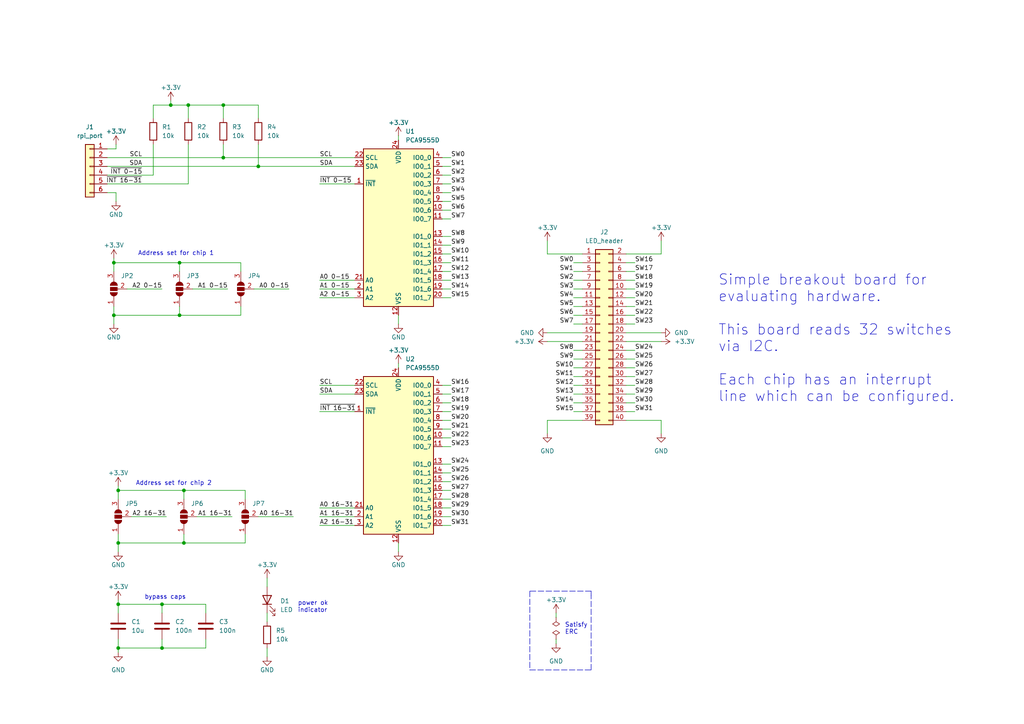
<source format=kicad_sch>
(kicad_sch (version 20211123) (generator eeschema)
  (paper "A4")
  (title_block (title "Switch Mux Breakout Board") (date "2022-06-02") (rev "0") (comment 2 "I2C switch mux") (comment 3 "Breakout board for prototyping functionality") (comment 4 "Drawn by: Jordan Aceto"))
  (lib_symbols
    (symbol "Connector_Generic:Conn_01x06" (pin_names (offset 1.016) hide)
      (property "Reference" "J" (at 0 7.62 0))
      (property "Value" "Conn_01x06" (at 0 -10.16 0))
      (symbol "Conn_01x06_1_1"
        (rectangle (start -1.27 -7.493) (end 0 -7.747) (stroke (width 0.1524)))
        (rectangle (start -1.27 -4.953) (end 0 -5.207) (stroke (width 0.1524)))
        (rectangle (start -1.27 -2.413) (end 0 -2.667) (stroke (width 0.1524)))
        (rectangle (start -1.27 0.127) (end 0 -0.127) (stroke (width 0.1524)))
        (rectangle (start -1.27 2.667) (end 0 2.413) (stroke (width 0.1524)))
        (rectangle (start -1.27 5.207) (end 0 4.953) (stroke (width 0.1524)))
        (rectangle (start -1.27 6.35) (end 1.27 -8.89) (stroke (width 0.254)) (fill (type background)))
        (pin passive line (at -5.08 5.08 0) (length 3.81) (name "Pin_1") (number "1"))
        (pin passive line (at -5.08 2.54 0) (length 3.81) (name "Pin_2") (number "2"))
        (pin passive line (at -5.08 0 0) (length 3.81) (name "Pin_3") (number "3"))
        (pin passive line (at -5.08 -2.54 0) (length 3.81) (name "Pin_4") (number "4"))
        (pin passive line (at -5.08 -5.08 0) (length 3.81) (name "Pin_5") (number "5"))
        (pin passive line (at -5.08 -7.62 0) (length 3.81) (name "Pin_6") (number "6"))
      )
    )
    (symbol "Connector_Generic:Conn_02x20_Odd_Even" (pin_names (offset 1.016) hide)
      (property "Reference" "J" (at 1.27 25.4 0))
      (property "Value" "Conn_02x20_Odd_Even" (at 1.27 -27.94 0))
      (symbol "Conn_02x20_Odd_Even_1_1"
        (rectangle (start -1.27 -25.273) (end 0 -25.527) (stroke (width 0.1524)))
        (rectangle (start -1.27 -22.733) (end 0 -22.987) (stroke (width 0.1524)))
        (rectangle (start -1.27 -20.193) (end 0 -20.447) (stroke (width 0.1524)))
        (rectangle (start -1.27 -17.653) (end 0 -17.907) (stroke (width 0.1524)))
        (rectangle (start -1.27 -15.113) (end 0 -15.367) (stroke (width 0.1524)))
        (rectangle (start -1.27 -12.573) (end 0 -12.827) (stroke (width 0.1524)))
        (rectangle (start -1.27 -10.033) (end 0 -10.287) (stroke (width 0.1524)))
        (rectangle (start -1.27 -7.493) (end 0 -7.747) (stroke (width 0.1524)))
        (rectangle (start -1.27 -4.953) (end 0 -5.207) (stroke (width 0.1524)))
        (rectangle (start -1.27 -2.413) (end 0 -2.667) (stroke (width 0.1524)))
        (rectangle (start -1.27 0.127) (end 0 -0.127) (stroke (width 0.1524)))
        (rectangle (start -1.27 2.667) (end 0 2.413) (stroke (width 0.1524)))
        (rectangle (start -1.27 5.207) (end 0 4.953) (stroke (width 0.1524)))
        (rectangle (start -1.27 7.747) (end 0 7.493) (stroke (width 0.1524)))
        (rectangle (start -1.27 10.287) (end 0 10.033) (stroke (width 0.1524)))
        (rectangle (start -1.27 12.827) (end 0 12.573) (stroke (width 0.1524)))
        (rectangle (start -1.27 15.367) (end 0 15.113) (stroke (width 0.1524)))
        (rectangle (start -1.27 17.907) (end 0 17.653) (stroke (width 0.1524)))
        (rectangle (start -1.27 20.447) (end 0 20.193) (stroke (width 0.1524)))
        (rectangle (start -1.27 22.987) (end 0 22.733) (stroke (width 0.1524)))
        (rectangle (start -1.27 24.13) (end 3.81 -26.67) (stroke (width 0.254)) (fill (type background)))
        (rectangle (start 3.81 -25.273) (end 2.54 -25.527) (stroke (width 0.1524)))
        (rectangle (start 3.81 -22.733) (end 2.54 -22.987) (stroke (width 0.1524)))
        (rectangle (start 3.81 -20.193) (end 2.54 -20.447) (stroke (width 0.1524)))
        (rectangle (start 3.81 -17.653) (end 2.54 -17.907) (stroke (width 0.1524)))
        (rectangle (start 3.81 -15.113) (end 2.54 -15.367) (stroke (width 0.1524)))
        (rectangle (start 3.81 -12.573) (end 2.54 -12.827) (stroke (width 0.1524)))
        (rectangle (start 3.81 -10.033) (end 2.54 -10.287) (stroke (width 0.1524)))
        (rectangle (start 3.81 -7.493) (end 2.54 -7.747) (stroke (width 0.1524)))
        (rectangle (start 3.81 -4.953) (end 2.54 -5.207) (stroke (width 0.1524)))
        (rectangle (start 3.81 -2.413) (end 2.54 -2.667) (stroke (width 0.1524)))
        (rectangle (start 3.81 0.127) (end 2.54 -0.127) (stroke (width 0.1524)))
        (rectangle (start 3.81 2.667) (end 2.54 2.413) (stroke (width 0.1524)))
        (rectangle (start 3.81 5.207) (end 2.54 4.953) (stroke (width 0.1524)))
        (rectangle (start 3.81 7.747) (end 2.54 7.493) (stroke (width 0.1524)))
        (rectangle (start 3.81 10.287) (end 2.54 10.033) (stroke (width 0.1524)))
        (rectangle (start 3.81 12.827) (end 2.54 12.573) (stroke (width 0.1524)))
        (rectangle (start 3.81 15.367) (end 2.54 15.113) (stroke (width 0.1524)))
        (rectangle (start 3.81 17.907) (end 2.54 17.653) (stroke (width 0.1524)))
        (rectangle (start 3.81 20.447) (end 2.54 20.193) (stroke (width 0.1524)))
        (rectangle (start 3.81 22.987) (end 2.54 22.733) (stroke (width 0.1524)))
        (pin passive line (at -5.08 22.86 0) (length 3.81) (name "Pin_1") (number "1"))
        (pin passive line (at 7.62 12.7 180) (length 3.81) (name "Pin_10") (number "10"))
        (pin passive line (at -5.08 10.16 0) (length 3.81) (name "Pin_11") (number "11"))
        (pin passive line (at 7.62 10.16 180) (length 3.81) (name "Pin_12") (number "12"))
        (pin passive line (at -5.08 7.62 0) (length 3.81) (name "Pin_13") (number "13"))
        (pin passive line (at 7.62 7.62 180) (length 3.81) (name "Pin_14") (number "14"))
        (pin passive line (at -5.08 5.08 0) (length 3.81) (name "Pin_15") (number "15"))
        (pin passive line (at 7.62 5.08 180) (length 3.81) (name "Pin_16") (number "16"))
        (pin passive line (at -5.08 2.54 0) (length 3.81) (name "Pin_17") (number "17"))
        (pin passive line (at 7.62 2.54 180) (length 3.81) (name "Pin_18") (number "18"))
        (pin passive line (at -5.08 0 0) (length 3.81) (name "Pin_19") (number "19"))
        (pin passive line (at 7.62 22.86 180) (length 3.81) (name "Pin_2") (number "2"))
        (pin passive line (at 7.62 0 180) (length 3.81) (name "Pin_20") (number "20"))
        (pin passive line (at -5.08 -2.54 0) (length 3.81) (name "Pin_21") (number "21"))
        (pin passive line (at 7.62 -2.54 180) (length 3.81) (name "Pin_22") (number "22"))
        (pin passive line (at -5.08 -5.08 0) (length 3.81) (name "Pin_23") (number "23"))
        (pin passive line (at 7.62 -5.08 180) (length 3.81) (name "Pin_24") (number "24"))
        (pin passive line (at -5.08 -7.62 0) (length 3.81) (name "Pin_25") (number "25"))
        (pin passive line (at 7.62 -7.62 180) (length 3.81) (name "Pin_26") (number "26"))
        (pin passive line (at -5.08 -10.16 0) (length 3.81) (name "Pin_27") (number "27"))
        (pin passive line (at 7.62 -10.16 180) (length 3.81) (name "Pin_28") (number "28"))
        (pin passive line (at -5.08 -12.7 0) (length 3.81) (name "Pin_29") (number "29"))
        (pin passive line (at -5.08 20.32 0) (length 3.81) (name "Pin_3") (number "3"))
        (pin passive line (at 7.62 -12.7 180) (length 3.81) (name "Pin_30") (number "30"))
        (pin passive line (at -5.08 -15.24 0) (length 3.81) (name "Pin_31") (number "31"))
        (pin passive line (at 7.62 -15.24 180) (length 3.81) (name "Pin_32") (number "32"))
        (pin passive line (at -5.08 -17.78 0) (length 3.81) (name "Pin_33") (number "33"))
        (pin passive line (at 7.62 -17.78 180) (length 3.81) (name "Pin_34") (number "34"))
        (pin passive line (at -5.08 -20.32 0) (length 3.81) (name "Pin_35") (number "35"))
        (pin passive line (at 7.62 -20.32 180) (length 3.81) (name "Pin_36") (number "36"))
        (pin passive line (at -5.08 -22.86 0) (length 3.81) (name "Pin_37") (number "37"))
        (pin passive line (at 7.62 -22.86 180) (length 3.81) (name "Pin_38") (number "38"))
        (pin passive line (at -5.08 -25.4 0) (length 3.81) (name "Pin_39") (number "39"))
        (pin passive line (at 7.62 20.32 180) (length 3.81) (name "Pin_4") (number "4"))
        (pin passive line (at 7.62 -25.4 180) (length 3.81) (name "Pin_40") (number "40"))
        (pin passive line (at -5.08 17.78 0) (length 3.81) (name "Pin_5") (number "5"))
        (pin passive line (at 7.62 17.78 180) (length 3.81) (name "Pin_6") (number "6"))
        (pin passive line (at -5.08 15.24 0) (length 3.81) (name "Pin_7") (number "7"))
        (pin passive line (at 7.62 15.24 180) (length 3.81) (name "Pin_8") (number "8"))
        (pin passive line (at -5.08 12.7 0) (length 3.81) (name "Pin_9") (number "9"))
      )
    )
    (symbol "Device:C" (pin_numbers hide) (pin_names (offset 0.254))
      (property "Reference" "C" (at 0.635 2.54 0))
      (property "Value" "C" (at 0.635 -2.54 0))
      (symbol "C_0_1"
        (polyline (pts (xy -2.032 -0.762) (xy 2.032 -0.762)) (stroke (width 0.508)))
        (polyline (pts (xy -2.032 0.762) (xy 2.032 0.762)) (stroke (width 0.508)))
      )
      (symbol "C_1_1"
        (pin passive line (at 0 3.81 270) (length 2.794) (name "~") (number "1"))
        (pin passive line (at 0 -3.81 90) (length 2.794) (name "~") (number "2"))
      )
    )
    (symbol "Device:LED" (pin_numbers hide) (pin_names (offset 1.016) hide)
      (property "Reference" "D" (at 0 2.54 0))
      (property "Value" "LED" (at 0 -2.54 0))
      (symbol "LED_0_1"
        (polyline (pts (xy -1.27 -1.27) (xy -1.27 1.27)) (stroke (width 0.254)))
        (polyline (pts (xy -1.27 0) (xy 1.27 0)))
        (polyline (pts (xy 1.27 -1.27) (xy 1.27 1.27) (xy -1.27 0) (xy 1.27 -1.27)) (stroke (width 0.254)))
        (polyline (pts (xy -3.048 -0.762) (xy -4.572 -2.286) (xy -3.81 -2.286) (xy -4.572 -2.286) (xy -4.572 -1.524)))
        (polyline (pts (xy -1.778 -0.762) (xy -3.302 -2.286) (xy -2.54 -2.286) (xy -3.302 -2.286) (xy -3.302 -1.524)))
      )
      (symbol "LED_1_1"
        (pin passive line (at -3.81 0 0) (length 2.54) (name "K") (number "1"))
        (pin passive line (at 3.81 0 180) (length 2.54) (name "A") (number "2"))
      )
    )
    (symbol "Device:R" (pin_numbers hide) (pin_names (offset 0))
      (property "Reference" "R" (at 2.032 0 90))
      (property "Value" "R" (at 0 0 90))
      (symbol "R_0_1"
        (rectangle (start -1.016 -2.54) (end 1.016 2.54) (stroke (width 0.254)))
      )
      (symbol "R_1_1"
        (pin passive line (at 0 3.81 270) (length 1.27) (name "~") (number "1"))
        (pin passive line (at 0 -3.81 90) (length 1.27) (name "~") (number "2"))
      )
    )
    (symbol "Interface_Expansion:PCA9555D"
      (property "Reference" "U" (at -8.89 24.13 0))
      (property "Value" "PCA9555D" (at 6.35 24.13 0))
      (symbol "PCA9555D_0_1"
        (rectangle (start -10.16 22.86) (end 10.16 -22.86) (stroke (width 0.254)) (fill (type background)))
      )
      (symbol "PCA9555D_1_1"
        (pin open_collector line (at -12.7 12.7 0) (length 2.54) (name "~{INT}") (number "1"))
        (pin bidirectional line (at 12.7 5.08 180) (length 2.54) (name "IO0_6") (number "10"))
        (pin bidirectional line (at 12.7 2.54 180) (length 2.54) (name "IO0_7") (number "11"))
        (pin power_in line (at 0 -25.4 90) (length 2.54) (name "VSS") (number "12"))
        (pin bidirectional line (at 12.7 -2.54 180) (length 2.54) (name "IO1_0") (number "13"))
        (pin bidirectional line (at 12.7 -5.08 180) (length 2.54) (name "IO1_1") (number "14"))
        (pin bidirectional line (at 12.7 -7.62 180) (length 2.54) (name "IO1_2") (number "15"))
        (pin bidirectional line (at 12.7 -10.16 180) (length 2.54) (name "IO1_3") (number "16"))
        (pin bidirectional line (at 12.7 -12.7 180) (length 2.54) (name "IO1_4") (number "17"))
        (pin bidirectional line (at 12.7 -15.24 180) (length 2.54) (name "IO1_5") (number "18"))
        (pin bidirectional line (at 12.7 -17.78 180) (length 2.54) (name "IO1_6") (number "19"))
        (pin input line (at -12.7 -17.78 0) (length 2.54) (name "A1") (number "2"))
        (pin bidirectional line (at 12.7 -20.32 180) (length 2.54) (name "IO1_7") (number "20"))
        (pin input line (at -12.7 -15.24 0) (length 2.54) (name "A0") (number "21"))
        (pin input line (at -12.7 20.32 0) (length 2.54) (name "SCL") (number "22"))
        (pin bidirectional line (at -12.7 17.78 0) (length 2.54) (name "SDA") (number "23"))
        (pin power_in line (at 0 25.4 270) (length 2.54) (name "VDD") (number "24"))
        (pin input line (at -12.7 -20.32 0) (length 2.54) (name "A2") (number "3"))
        (pin bidirectional line (at 12.7 20.32 180) (length 2.54) (name "IO0_0") (number "4"))
        (pin bidirectional line (at 12.7 17.78 180) (length 2.54) (name "IO0_1") (number "5"))
        (pin bidirectional line (at 12.7 15.24 180) (length 2.54) (name "IO0_2") (number "6"))
        (pin bidirectional line (at 12.7 12.7 180) (length 2.54) (name "IO0_3") (number "7"))
        (pin bidirectional line (at 12.7 10.16 180) (length 2.54) (name "IO0_4") (number "8"))
        (pin bidirectional line (at 12.7 7.62 180) (length 2.54) (name "IO0_5") (number "9"))
      )
    )
    (symbol "Jumper:SolderJumper_3_Open" (pin_names (offset 0) hide)
      (property "Reference" "JP" (at -2.54 -2.54 0))
      (property "Value" "SolderJumper_3_Open" (at 0 2.794 0))
      (symbol "SolderJumper_3_Open_0_1"
        (arc (start -1.016 1.016) (mid -2.032 0) (end -1.016 -1.016))
        (arc (start -1.016 1.016) (mid -2.032 0) (end -1.016 -1.016) (fill (type outline)))
        (rectangle (start -0.508 1.016) (end 0.508 -1.016) (fill (type outline)))
        (polyline (pts (xy -2.54 0) (xy -2.032 0)))
        (polyline (pts (xy -1.016 1.016) (xy -1.016 -1.016)))
        (polyline (pts (xy 0 -1.27) (xy 0 -1.016)))
        (polyline (pts (xy 1.016 1.016) (xy 1.016 -1.016)))
        (polyline (pts (xy 2.54 0) (xy 2.032 0)))
        (arc (start 1.016 -1.016) (mid 2.032 0) (end 1.016 1.016))
        (arc (start 1.016 -1.016) (mid 2.032 0) (end 1.016 1.016) (fill (type outline)))
      )
      (symbol "SolderJumper_3_Open_1_1"
        (pin passive line (at -5.08 0 0) (length 2.54) (name "A") (number "1"))
        (pin passive line (at 0 -3.81 90) (length 2.54) (name "C") (number "2"))
        (pin passive line (at 5.08 0 180) (length 2.54) (name "B") (number "3"))
      )
    )
    (symbol "power:+3.3V" (power) (pin_names (offset 0))
      (property "Value" "+3.3V" (at 0 3.556 0))
      (symbol "+3.3V_0_1"
        (polyline (pts (xy -0.762 1.27) (xy 0 2.54)))
        (polyline (pts (xy 0 0) (xy 0 2.54)))
        (polyline (pts (xy 0 2.54) (xy 0.762 1.27)))
      )
      (symbol "+3.3V_1_1"
        (pin power_in line (at 0 0 90) (length 0) hide (name "+3.3V") (number "1"))
      )
    )
    (symbol "power:GND" (power) (pin_names (offset 0))
      (property "Value" "GND" (at 0 -3.81 0))
      (symbol "GND_0_1"
        (polyline (pts (xy 0 0) (xy 0 -1.27) (xy 1.27 -1.27) (xy 0 -2.54) (xy -1.27 -1.27) (xy 0 -1.27)))
      )
      (symbol "GND_1_1"
        (pin power_in line (at 0 0 270) (length 0) hide (name "GND") (number "1"))
      )
    )
    (symbol "power:PWR_FLAG" (power) (pin_numbers hide) (pin_names (offset 0) hide)
      (property "Value" "PWR_FLAG" (at 0 3.81 0))
      (symbol "PWR_FLAG_0_0"
        (pin power_out line (at 0 0 90) (length 0) (name "pwr") (number "1"))
      )
      (symbol "PWR_FLAG_0_1"
        (polyline (pts (xy 0 0) (xy 0 1.27) (xy -1.016 1.905) (xy 0 2.54) (xy 1.016 1.905) (xy 0 1.27)))
      )
    )
  )
  (bus_alias "SPI" (members "MOSI" "MISO" "SCLK" "CS0" "CS1" "CS2"))
  (junction (at 54.61 30.48))
  (junction (at 34.29 175.26))
  (junction (at 33.02 91.44))
  (junction (at 53.34 157.48))
  (junction (at 52.07 91.44))
  (junction (at 33.02 76.2))
  (junction (at 46.99 175.26))
  (junction (at 64.77 30.48))
  (junction (at 34.29 142.24))
  (junction (at 52.07 76.2))
  (junction (at 49.53 30.48))
  (junction (at 64.77 45.72))
  (junction (at 53.34 142.24))
  (junction (at 74.93 48.26))
  (junction (at 34.29 187.96))
  (junction (at 46.99 187.96))
  (junction (at 34.29 157.48))
  (wire (pts (xy 184.15 91.44) (xy 181.61 91.44)))
  (wire (pts (xy 184.15 119.38) (xy 181.61 119.38)))
  (wire (pts (xy 191.77 96.52) (xy 181.61 96.52)))
  (wire (pts (xy 130.81 119.38) (xy 128.27 119.38)))
  (wire (pts (xy 161.29 186.69) (xy 161.29 185.42)))
  (polyline (pts (xy 171.45 194.31) (xy 171.45 172.72)))
  (wire (pts (xy 49.53 30.48) (xy 44.45 30.48)))
  (wire (pts (xy 130.81 129.54) (xy 128.27 129.54)))
  (wire (pts (xy 158.75 69.85) (xy 158.75 73.66)))
  (wire (pts (xy 92.71 81.28) (xy 102.87 81.28)))
  (wire (pts (xy 44.45 30.48) (xy 44.45 34.29)))
  (wire (pts (xy 191.77 73.66) (xy 181.61 73.66)))
  (wire (pts (xy 54.61 53.34) (xy 54.61 41.91)))
  (wire (pts (xy 128.27 53.34) (xy 130.81 53.34)))
  (wire (pts (xy 53.34 142.24) (xy 53.34 144.78)))
  (wire (pts (xy 191.77 69.85) (xy 191.77 73.66)))
  (wire (pts (xy 168.91 88.9) (xy 166.37 88.9)))
  (wire (pts (xy 34.29 175.26) (xy 46.99 175.26)))
  (wire (pts (xy 33.655 41.91) (xy 33.655 43.18)))
  (wire (pts (xy 130.81 127) (xy 128.27 127)))
  (wire (pts (xy 191.77 121.92) (xy 181.61 121.92)))
  (wire (pts (xy 168.91 93.98) (xy 166.37 93.98)))
  (wire (pts (xy 59.69 175.26) (xy 59.69 177.8)))
  (wire (pts (xy 57.15 149.86) (xy 67.31 149.86)))
  (wire (pts (xy 168.91 109.22) (xy 166.37 109.22)))
  (wire (pts (xy 184.15 114.3) (xy 181.61 114.3)))
  (wire (pts (xy 34.29 187.96) (xy 34.29 185.42)))
  (wire (pts (xy 168.91 101.6) (xy 166.37 101.6)))
  (wire (pts (xy 168.91 81.28) (xy 166.37 81.28)))
  (wire (pts (xy 64.77 41.91) (xy 64.77 45.72)))
  (wire (pts (xy 33.655 55.88) (xy 33.655 58.42)))
  (wire (pts (xy 59.69 185.42) (xy 59.69 187.96)))
  (wire (pts (xy 34.29 177.8) (xy 34.29 175.26)))
  (wire (pts (xy 73.66 83.82) (xy 83.82 83.82)))
  (wire (pts (xy 74.93 41.91) (xy 74.93 48.26)))
  (wire (pts (xy 77.47 187.96) (xy 77.47 190.5)))
  (wire (pts (xy 34.29 157.48) (xy 34.29 160.02)))
  (polyline (pts (xy 153.67 194.31) (xy 171.45 194.31)))
  (wire (pts (xy 130.81 134.62) (xy 128.27 134.62)))
  (wire (pts (xy 36.83 83.82) (xy 46.99 83.82)))
  (wire (pts (xy 168.91 106.68) (xy 166.37 106.68)))
  (wire (pts (xy 128.27 58.42) (xy 130.81 58.42)))
  (wire (pts (xy 33.02 74.93) (xy 33.02 76.2)))
  (wire (pts (xy 184.15 104.14) (xy 181.61 104.14)))
  (wire (pts (xy 184.15 101.6) (xy 181.61 101.6)))
  (wire (pts (xy 92.71 119.38) (xy 102.87 119.38)))
  (wire (pts (xy 184.15 106.68) (xy 181.61 106.68)))
  (wire (pts (xy 130.81 137.16) (xy 128.27 137.16)))
  (wire (pts (xy 128.27 48.26) (xy 130.81 48.26)))
  (wire (pts (xy 64.77 30.48) (xy 64.77 34.29)))
  (wire (pts (xy 184.15 86.36) (xy 181.61 86.36)))
  (wire (pts (xy 31.115 45.72) (xy 64.77 45.72)))
  (wire (pts (xy 115.57 157.48) (xy 115.57 160.02)))
  (wire (pts (xy 31.115 43.18) (xy 33.655 43.18)))
  (wire (pts (xy 184.15 109.22) (xy 181.61 109.22)))
  (wire (pts (xy 158.75 125.73) (xy 158.75 121.92)))
  (wire (pts (xy 77.47 177.8) (xy 77.47 180.34)))
  (wire (pts (xy 77.47 167.64) (xy 77.47 170.18)))
  (wire (pts (xy 31.115 48.26) (xy 74.93 48.26)))
  (wire (pts (xy 92.71 147.32) (xy 102.87 147.32)))
  (wire (pts (xy 168.91 111.76) (xy 166.37 111.76)))
  (wire (pts (xy 115.57 39.37) (xy 115.57 40.64)))
  (wire (pts (xy 54.61 30.48) (xy 64.77 30.48)))
  (wire (pts (xy 130.81 121.92) (xy 128.27 121.92)))
  (wire (pts (xy 64.77 30.48) (xy 74.93 30.48)))
  (wire (pts (xy 184.15 116.84) (xy 181.61 116.84)))
  (wire (pts (xy 184.15 111.76) (xy 181.61 111.76)))
  (wire (pts (xy 128.27 78.74) (xy 130.81 78.74)))
  (polyline (pts (xy 153.67 171.45) (xy 153.67 194.31)))
  (wire (pts (xy 158.75 96.52) (xy 168.91 96.52)))
  (wire (pts (xy 33.02 88.9) (xy 33.02 91.44)))
  (wire (pts (xy 158.75 121.92) (xy 168.91 121.92)))
  (wire (pts (xy 46.99 175.26) (xy 46.99 177.8)))
  (wire (pts (xy 46.99 185.42) (xy 46.99 187.96)))
  (wire (pts (xy 168.91 114.3) (xy 166.37 114.3)))
  (polyline (pts (xy 171.45 171.45) (xy 153.67 171.45)))
  (wire (pts (xy 168.91 86.36) (xy 166.37 86.36)))
  (wire (pts (xy 115.57 91.44) (xy 115.57 93.98)))
  (wire (pts (xy 55.88 83.82) (xy 66.04 83.82)))
  (wire (pts (xy 161.29 177.8) (xy 161.29 179.07)))
  (wire (pts (xy 31.115 53.34) (xy 54.61 53.34)))
  (polyline (pts (xy 171.45 171.45) (xy 171.45 172.72)))
  (wire (pts (xy 184.15 83.82) (xy 181.61 83.82)))
  (wire (pts (xy 34.29 157.48) (xy 53.34 157.48)))
  (wire (pts (xy 46.99 187.96) (xy 34.29 187.96)))
  (wire (pts (xy 128.27 71.12) (xy 130.81 71.12)))
  (wire (pts (xy 54.61 30.48) (xy 49.53 30.48)))
  (wire (pts (xy 168.91 83.82) (xy 166.37 83.82)))
  (wire (pts (xy 184.15 81.28) (xy 181.61 81.28)))
  (wire (pts (xy 184.15 78.74) (xy 181.61 78.74)))
  (wire (pts (xy 130.81 142.24) (xy 128.27 142.24)))
  (wire (pts (xy 128.27 68.58) (xy 130.81 68.58)))
  (wire (pts (xy 53.34 157.48) (xy 71.12 157.48)))
  (wire (pts (xy 59.69 187.96) (xy 46.99 187.96)))
  (wire (pts (xy 128.27 73.66) (xy 130.81 73.66)))
  (wire (pts (xy 33.02 91.44) (xy 52.07 91.44)))
  (wire (pts (xy 92.71 114.3) (xy 102.87 114.3)))
  (wire (pts (xy 52.07 76.2) (xy 33.02 76.2)))
  (wire (pts (xy 74.93 149.86) (xy 85.09 149.86)))
  (wire (pts (xy 130.81 147.32) (xy 128.27 147.32)))
  (wire (pts (xy 130.81 152.4) (xy 128.27 152.4)))
  (wire (pts (xy 69.85 78.74) (xy 69.85 76.2)))
  (wire (pts (xy 69.85 76.2) (xy 52.07 76.2)))
  (wire (pts (xy 168.91 76.2) (xy 166.37 76.2)))
  (wire (pts (xy 31.115 55.88) (xy 33.655 55.88)))
  (wire (pts (xy 34.29 142.24) (xy 34.29 144.78)))
  (wire (pts (xy 128.27 45.72) (xy 130.81 45.72)))
  (wire (pts (xy 54.61 34.29) (xy 54.61 30.48)))
  (wire (pts (xy 71.12 142.24) (xy 53.34 142.24)))
  (wire (pts (xy 34.29 189.23) (xy 34.29 187.96)))
  (wire (pts (xy 128.27 86.36) (xy 130.81 86.36)))
  (wire (pts (xy 130.81 144.78) (xy 128.27 144.78)))
  (wire (pts (xy 115.57 105.41) (xy 115.57 106.68)))
  (wire (pts (xy 52.07 88.9) (xy 52.07 91.44)))
  (wire (pts (xy 52.07 91.44) (xy 69.85 91.44)))
  (wire (pts (xy 92.71 111.76) (xy 102.87 111.76)))
  (wire (pts (xy 53.34 154.94) (xy 53.34 157.48)))
  (wire (pts (xy 128.27 60.96) (xy 130.81 60.96)))
  (wire (pts (xy 34.29 154.94) (xy 34.29 157.48)))
  (wire (pts (xy 184.15 76.2) (xy 181.61 76.2)))
  (wire (pts (xy 53.34 142.24) (xy 34.29 142.24)))
  (wire (pts (xy 92.71 53.34) (xy 102.87 53.34)))
  (wire (pts (xy 158.75 99.06) (xy 168.91 99.06)))
  (wire (pts (xy 168.91 119.38) (xy 166.37 119.38)))
  (wire (pts (xy 130.81 114.3) (xy 128.27 114.3)))
  (wire (pts (xy 34.29 173.99) (xy 34.29 175.26)))
  (wire (pts (xy 69.85 91.44) (xy 69.85 88.9)))
  (wire (pts (xy 128.27 55.88) (xy 130.81 55.88)))
  (wire (pts (xy 92.71 149.86) (xy 102.87 149.86)))
  (wire (pts (xy 33.02 76.2) (xy 33.02 78.74)))
  (wire (pts (xy 128.27 83.82) (xy 130.81 83.82)))
  (wire (pts (xy 130.81 124.46) (xy 128.27 124.46)))
  (wire (pts (xy 191.77 99.06) (xy 181.61 99.06)))
  (wire (pts (xy 128.27 81.28) (xy 130.81 81.28)))
  (wire (pts (xy 74.93 34.29) (xy 74.93 30.48)))
  (wire (pts (xy 52.07 76.2) (xy 52.07 78.74)))
  (wire (pts (xy 158.75 73.66) (xy 168.91 73.66)))
  (wire (pts (xy 168.91 104.14) (xy 166.37 104.14)))
  (wire (pts (xy 74.93 48.26) (xy 102.87 48.26)))
  (wire (pts (xy 71.12 144.78) (xy 71.12 142.24)))
  (wire (pts (xy 130.81 111.76) (xy 128.27 111.76)))
  (wire (pts (xy 168.91 91.44) (xy 166.37 91.44)))
  (wire (pts (xy 92.71 86.36) (xy 102.87 86.36)))
  (wire (pts (xy 191.77 125.73) (xy 191.77 121.92)))
  (wire (pts (xy 130.81 139.7) (xy 128.27 139.7)))
  (wire (pts (xy 184.15 88.9) (xy 181.61 88.9)))
  (wire (pts (xy 92.71 152.4) (xy 102.87 152.4)))
  (wire (pts (xy 168.91 78.74) (xy 166.37 78.74)))
  (wire (pts (xy 128.27 50.8) (xy 130.81 50.8)))
  (wire (pts (xy 184.15 93.98) (xy 181.61 93.98)))
  (wire (pts (xy 128.27 76.2) (xy 130.81 76.2)))
  (wire (pts (xy 38.1 149.86) (xy 48.26 149.86)))
  (wire (pts (xy 92.71 83.82) (xy 102.87 83.82)))
  (wire (pts (xy 130.81 149.86) (xy 128.27 149.86)))
  (wire (pts (xy 34.29 140.97) (xy 34.29 142.24)))
  (wire (pts (xy 128.27 63.5) (xy 130.81 63.5)))
  (wire (pts (xy 130.81 116.84) (xy 128.27 116.84)))
  (wire (pts (xy 49.53 29.21) (xy 49.53 30.48)))
  (wire (pts (xy 46.99 175.26) (xy 59.69 175.26)))
  (wire (pts (xy 168.91 116.84) (xy 166.37 116.84)))
  (wire (pts (xy 71.12 157.48) (xy 71.12 154.94)))
  (wire (pts (xy 31.115 50.8) (xy 44.45 50.8)))
  (wire (pts (xy 33.02 91.44) (xy 33.02 93.98)))
  (wire (pts (xy 64.77 45.72) (xy 102.87 45.72)))
  (wire (pts (xy 44.45 50.8) (xy 44.45 41.91)))
  (text "bypass caps" (at 41.91 173.99 0) (effects (font (size 1.27 1.27)) (justify left bottom)))
  (text "Simple breakout board for\nevaluating hardware.\n\nThis board reads 32 switches\nvia I2C.\n\nEach chip has an interrupt \nline which can be configured." (at 208.28 116.84 0) (effects (font (size 3 3)) (justify left bottom)))
  (text "power ok\nindicator" (at 86.36 177.8 0) (effects (font (size 1.27 1.27)) (justify left bottom)))
  (text "Address set for chip 1" (at 40.005 74.295 0) (effects (font (size 1.27 1.27)) (justify left bottom)))
  (text "Satisfy\nERC" (at 163.83 184.15 0) (effects (font (size 1.27 1.27)) (justify left bottom)))
  (text "Address set for chip 2" (at 39.37 140.97 0) (effects (font (size 1.27 1.27)) (justify left bottom)))
  (label "A1 0-15" (at 66.04 83.82 180))
  (label "SW21" (at 184.15 88.9 0))
  (label "SW4" (at 130.81 55.88 0))
  (label "SW31" (at 130.81 152.4 0))
  (label "A2 16-31" (at 92.71 152.4 0))
  (label "SW8" (at 130.81 68.58 0))
  (label "SW13" (at 130.81 81.28 0))
  (label "SW22" (at 184.15 91.44 0))
  (label "SW20" (at 184.15 86.36 0))
  (label "SW5" (at 130.81 58.42 0))
  (label "SW10" (at 166.37 106.68 180))
  (label "SW27" (at 184.15 109.22 0))
  (label "SW19" (at 184.15 83.82 0))
  (label "SW26" (at 184.15 106.68 0))
  (label "SW1" (at 130.81 48.26 0))
  (label "SW18" (at 184.15 81.28 0))
  (label "SW6" (at 166.37 91.44 180))
  (label "SW17" (at 184.15 78.74 0))
  (label "~{INT 0-15}" (at 92.71 53.34 0))
  (label "SW26" (at 130.81 139.7 0))
  (label "SW20" (at 130.81 121.92 0))
  (label "SCL" (at 92.71 45.72 0))
  (label "SW5" (at 166.37 88.9 180))
  (label "SW23" (at 184.15 93.98 0))
  (label "A1 0-15" (at 92.71 83.82 0))
  (label "A0 16-31" (at 85.09 149.86 180))
  (label "~{INT 16-31}" (at 92.71 119.38 0))
  (label "SW7" (at 166.37 93.98 180))
  (label "~{INT 16-31}" (at 41.275 53.34 180))
  (label "A0 0-15" (at 83.82 83.82 180))
  (label "A0 0-15" (at 92.71 81.28 0))
  (label "A2 0-15" (at 46.99 83.82 180))
  (label "SW24" (at 184.15 101.6 0))
  (label "SW7" (at 130.81 63.5 0))
  (label "~{INT 0-15}" (at 41.275 50.8 180))
  (label "A2 0-15" (at 92.71 86.36 0))
  (label "A1 16-31" (at 92.71 149.86 0))
  (label "SW30" (at 130.81 149.86 0))
  (label "SW8" (at 166.37 101.6 180))
  (label "SW6" (at 130.81 60.96 0))
  (label "SW16" (at 184.15 76.2 0))
  (label "SW2" (at 166.37 81.28 180))
  (label "SW1" (at 166.37 78.74 180))
  (label "SW19" (at 130.81 119.38 0))
  (label "SW2" (at 130.81 50.8 0))
  (label "SW28" (at 184.15 111.76 0))
  (label "SW13" (at 166.37 114.3 180))
  (label "A2 16-31" (at 48.26 149.86 180))
  (label "SW4" (at 166.37 86.36 180))
  (label "SW31" (at 184.15 119.38 0))
  (label "SW15" (at 130.81 86.36 0))
  (label "SW25" (at 184.15 104.14 0))
  (label "SW18" (at 130.81 116.84 0))
  (label "SW24" (at 130.81 134.62 0))
  (label "SW25" (at 130.81 137.16 0))
  (label "SW0" (at 130.81 45.72 0))
  (label "SDA" (at 92.71 114.3 0))
  (label "SW3" (at 166.37 83.82 180))
  (label "SW15" (at 166.37 119.38 180))
  (label "SW16" (at 130.81 111.76 0))
  (label "SW12" (at 130.81 78.74 0))
  (label "A0 16-31" (at 92.71 147.32 0))
  (label "SW14" (at 166.37 116.84 180))
  (label "SW9" (at 166.37 104.14 180))
  (label "SW17" (at 130.81 114.3 0))
  (label "SW11" (at 130.81 76.2 0))
  (label "SDA" (at 92.71 48.26 0))
  (label "SDA" (at 41.275 48.26 180))
  (label "SCL" (at 41.275 45.72 180))
  (label "SW11" (at 166.37 109.22 180))
  (label "SW23" (at 130.81 129.54 0))
  (label "SW29" (at 184.15 114.3 0))
  (label "SW21" (at 130.81 124.46 0))
  (label "SW9" (at 130.81 71.12 0))
  (label "SW3" (at 130.81 53.34 0))
  (label "SW28" (at 130.81 144.78 0))
  (label "SW10" (at 130.81 73.66 0))
  (label "SW12" (at 166.37 111.76 180))
  (label "SW30" (at 184.15 116.84 0))
  (label "A1 16-31" (at 67.31 149.86 180))
  (label "SW27" (at 130.81 142.24 0))
  (label "SW29" (at 130.81 147.32 0))
  (label "SW14" (at 130.81 83.82 0))
  (label "SW22" (at 130.81 127 0))
  (label "SW0" (at 166.37 76.2 180))
  (label "SCL" (at 92.71 111.76 0))
  (symbol (lib_id "power:+3.3V") (at 161.29 177.8 0) (unit 1)
    (property "Reference" "#PWR019" (effects hide))
    (property "Value" "+3.3V" (at 161.29 173.99 0))
  )
  (symbol (lib_id "power:GND") (at 115.57 160.02 0) (unit 1)
    (property "Reference" "#PWR011" (effects hide))
    (property "Value" "GND" (at 115.57 163.83 0))
  )
  (symbol (lib_id "power:PWR_FLAG") (at 161.29 185.42 0) (unit 1)
    (property "Reference" "#FLG02" (effects hide))
    (property "Value" "PWR_FLAG" (effects hide))
  )
  (symbol (lib_id "power:+3.3V") (at 34.29 140.97 0) (unit 1)
    (property "Reference" "#PWR0102" (effects hide))
    (property "Value" "+3.3V" (at 34.29 137.16 0))
  )
  (symbol (lib_id "Device:C") (at 59.69 181.61 0) (unit 1)
    (property "Reference" "C3" (at 63.5 180.3399 0) (effects (justify left)))
    (property "Value" "100n" (at 63.5 182.8799 0) (effects (justify left)))
    (property "Footprint" "Capacitor_SMD:C_0805_2012Metric" (effects hide))
  )
  (symbol (lib_id "Device:C") (at 34.29 181.61 0) (unit 1)
    (property "Reference" "C1" (at 38.1 180.3399 0) (effects (justify left)))
    (property "Value" "10u" (at 38.1 182.8799 0) (effects (justify left)))
    (property "Footprint" "Capacitor_SMD:C_0805_2012Metric" (effects hide))
  )
  (symbol (lib_id "power:GND") (at 33.655 58.42 0) (unit 1)
    (property "Reference" "#PWR02" (effects hide))
    (property "Value" "GND" (at 33.655 62.23 0))
  )
  (symbol (lib_id "Jumper:SolderJumper_3_Open") (at 52.07 83.82 90) (unit 1) (in_bom no)
    (property "Reference" "JP3" (at 57.785 80.01 90) (effects (justify left)))
    (property "Value" "SolderJumper_3_Open" (effects hide))
    (property "Footprint" "Jumper:SolderJumper-3_P1.3mm_Open_Pad1.0x1.5mm" (effects hide))
  )
  (symbol (lib_id "Interface_Expansion:PCA9555D") (at 115.57 66.04 0) (unit 1)
    (property "Reference" "U1" (at 117.5894 38.1 0) (effects (justify left)))
    (property "Value" "PCA9555D" (at 117.5894 40.64 0) (effects (justify left)))
    (property "Footprint" "Package_SO:SOIC-24W_7.5x15.4mm_P1.27mm" (effects hide))
    (property "Datasheet" "https://www.nxp.com/docs/en/data-sheet/PCA9555.pdf" (effects hide))
  )
  (symbol (lib_id "power:+3.3V") (at 34.29 173.99 0) (unit 1)
    (property "Reference" "#PWR03" (effects hide))
    (property "Value" "+3.3V" (at 34.29 170.18 0))
  )
  (symbol (lib_id "power:GND") (at 34.29 189.23 0) (unit 1)
    (property "Reference" "#PWR04" (effects hide))
    (property "Value" "GND" (at 34.29 194.31 0))
  )
  (symbol (lib_id "Device:R") (at 74.93 38.1 0) (unit 1)
    (property "Reference" "R4" (at 77.47 36.8299 0) (effects (justify left)))
    (property "Value" "10k" (at 77.47 39.3699 0) (effects (justify left)))
    (property "Footprint" "Resistor_SMD:R_0805_2012Metric" (effects hide))
  )
  (symbol (lib_id "power:GND") (at 161.29 186.69 0) (unit 1)
    (property "Reference" "#PWR020" (effects hide))
    (property "Value" "GND" (at 161.29 191.77 0))
  )
  (symbol (lib_id "power:+3.3V") (at 77.47 167.64 0) (unit 1)
    (property "Reference" "#PWR05" (effects hide))
    (property "Value" "+3.3V" (at 77.47 163.83 0))
  )
  (symbol (lib_id "Jumper:SolderJumper_3_Open") (at 34.29 149.86 90) (unit 1) (in_bom no)
    (property "Reference" "JP5" (at 40.005 146.05 90) (effects (justify left)))
    (property "Value" "SolderJumper_3_Open" (effects hide))
    (property "Footprint" "Jumper:SolderJumper-3_P1.3mm_Open_Pad1.0x1.5mm" (effects hide))
  )
  (symbol (lib_id "power:+3.3V") (at 191.77 69.85 0) (mirror y) (unit 1)
    (property "Reference" "#PWR0113" (effects hide))
    (property "Value" "+3.3V" (at 191.77 66.04 0))
  )
  (symbol (lib_id "power:GND") (at 77.47 190.5 0) (unit 1)
    (property "Reference" "#PWR06" (effects hide))
    (property "Value" "GND" (at 77.47 194.31 0))
  )
  (symbol (lib_id "power:GND") (at 34.29 160.02 0) (unit 1)
    (property "Reference" "#PWR0104" (effects hide))
    (property "Value" "GND" (at 34.29 163.83 0))
  )
  (symbol (lib_id "Jumper:SolderJumper_3_Open") (at 69.85 83.82 90) (unit 1) (in_bom no)
    (property "Reference" "JP4" (at 75.565 80.01 90) (effects (justify left)))
    (property "Value" "SolderJumper_3_Open" (effects hide))
    (property "Footprint" "Jumper:SolderJumper-3_P1.3mm_Open_Pad1.0x1.5mm" (effects hide))
  )
  (symbol (lib_id "Connector_Generic:Conn_01x06") (at 26.035 48.26 0) (mirror y) (unit 1)
    (property "Reference" "J1" (at 26.035 36.83 0))
    (property "Value" "rpi_port" (at 26.035 39.37 0))
    (property "Footprint" "Connector_PinHeader_2.54mm:PinHeader_1x06_P2.54mm_Vertical" (effects hide))
  )
  (symbol (lib_id "Device:R") (at 77.47 184.15 0) (unit 1)
    (property "Reference" "R5" (at 80.01 182.8799 0) (effects (justify left)))
    (property "Value" "10k" (at 80.01 185.4199 0) (effects (justify left)))
    (property "Footprint" "Resistor_SMD:R_0805_2012Metric" (effects hide))
  )
  (symbol (lib_id "Device:R") (at 44.45 38.1 0) (unit 1)
    (property "Reference" "R1" (at 46.99 36.8299 0) (effects (justify left)))
    (property "Value" "10k" (at 46.99 39.3699 0) (effects (justify left)))
    (property "Footprint" "Resistor_SMD:R_0805_2012Metric" (effects hide))
  )
  (symbol (lib_id "Jumper:SolderJumper_3_Open") (at 71.12 149.86 90) (unit 1) (in_bom no)
    (property "Reference" "JP7" (at 76.835 146.05 90) (effects (justify left)))
    (property "Value" "SolderJumper_3_Open" (effects hide))
    (property "Footprint" "Jumper:SolderJumper-3_P1.3mm_Open_Pad1.0x1.5mm" (effects hide))
  )
  (symbol (lib_id "power:PWR_FLAG") (at 161.29 179.07 180) (unit 1)
    (property "Reference" "#FLG01" (effects hide))
    (property "Value" "PWR_FLAG" (effects hide))
  )
  (symbol (lib_id "power:GND") (at 158.75 96.52 270) (unit 1)
    (property "Reference" "#PWR0109" (effects hide))
    (property "Value" "GND" (at 154.94 96.5199 90) (effects (justify right)))
  )
  (symbol (lib_id "Device:C") (at 46.99 181.61 0) (unit 1)
    (property "Reference" "C2" (at 50.8 180.3399 0) (effects (justify left)))
    (property "Value" "100n" (at 50.8 182.8799 0) (effects (justify left)))
    (property "Footprint" "Capacitor_SMD:C_0805_2012Metric" (effects hide))
  )
  (symbol (lib_id "power:+3.3V") (at 49.53 29.21 0) (unit 1)
    (property "Reference" "#PWR0105" (effects hide))
    (property "Value" "+3.3V" (at 49.53 25.4 0))
  )
  (symbol (lib_id "power:GND") (at 191.77 125.73 0) (mirror y) (unit 1)
    (property "Reference" "#PWR0112" (effects hide))
    (property "Value" "GND" (at 191.77 130.81 0))
  )
  (symbol (lib_id "Jumper:SolderJumper_3_Open") (at 53.34 149.86 90) (unit 1) (in_bom no)
    (property "Reference" "JP6" (at 59.055 146.05 90) (effects (justify left)))
    (property "Value" "SolderJumper_3_Open" (effects hide))
    (property "Footprint" "Jumper:SolderJumper-3_P1.3mm_Open_Pad1.0x1.5mm" (effects hide))
  )
  (symbol (lib_id "power:GND") (at 191.77 96.52 90) (mirror x) (unit 1)
    (property "Reference" "#PWR0111" (effects hide))
    (property "Value" "GND" (at 195.58 96.5199 90) (effects (justify right)))
  )
  (symbol (lib_id "power:+3.3V") (at 33.02 74.93 0) (unit 1)
    (property "Reference" "#PWR0103" (effects hide))
    (property "Value" "+3.3V" (at 33.02 71.12 0))
  )
  (symbol (lib_id "Connector_Generic:Conn_02x20_Odd_Even") (at 173.99 96.52 0) (unit 1)
    (property "Reference" "J2" (at 175.26 67.31 0))
    (property "Value" "LED_header" (at 175.26 69.85 0))
    (property "Footprint" "Connector_PinHeader_2.54mm:PinHeader_2x20_P2.54mm_Vertical" (effects hide))
  )
  (symbol (lib_id "power:GND") (at 115.57 93.98 0) (unit 1)
    (property "Reference" "#PWR09" (effects hide))
    (property "Value" "GND" (at 115.57 97.79 0))
  )
  (symbol (lib_id "power:+3.3V") (at 33.655 41.91 0) (unit 1)
    (property "Reference" "#PWR01" (effects hide))
    (property "Value" "+3.3V" (at 33.655 38.1 0))
  )
  (symbol (lib_id "Jumper:SolderJumper_3_Open") (at 33.02 83.82 90) (unit 1) (in_bom no)
    (property "Reference" "JP2" (at 38.735 80.01 90) (effects (justify left)))
    (property "Value" "SolderJumper_3_Open" (effects hide))
    (property "Footprint" "Jumper:SolderJumper-3_P1.3mm_Open_Pad1.0x1.5mm" (effects hide))
  )
  (symbol (lib_id "power:+3.3V") (at 115.57 39.37 0) (unit 1)
    (property "Reference" "#PWR08" (effects hide))
    (property "Value" "+3.3V" (at 115.57 35.56 0))
  )
  (symbol (lib_id "Interface_Expansion:PCA9555D") (at 115.57 132.08 0) (unit 1)
    (property "Reference" "U2" (at 117.5894 104.14 0) (effects (justify left)))
    (property "Value" "PCA9555D" (at 117.5894 106.68 0) (effects (justify left)))
    (property "Footprint" "Package_SO:SOIC-24W_7.5x15.4mm_P1.27mm" (effects hide))
    (property "Datasheet" "https://www.nxp.com/docs/en/data-sheet/PCA9555.pdf" (effects hide))
  )
  (symbol (lib_id "power:GND") (at 158.75 125.73 0) (unit 1)
    (property "Reference" "#PWR0106" (effects hide))
    (property "Value" "GND" (at 158.75 130.81 0))
  )
  (symbol (lib_id "Device:R") (at 54.61 38.1 0) (unit 1)
    (property "Reference" "R2" (at 57.15 36.8299 0) (effects (justify left)))
    (property "Value" "10k" (at 57.15 39.3699 0) (effects (justify left)))
    (property "Footprint" "Resistor_SMD:R_0805_2012Metric" (effects hide))
  )
  (symbol (lib_id "Device:R") (at 64.77 38.1 0) (unit 1)
    (property "Reference" "R3" (at 67.31 36.8299 0) (effects (justify left)))
    (property "Value" "10k" (at 67.31 39.3699 0) (effects (justify left)))
    (property "Footprint" "Resistor_SMD:R_0805_2012Metric" (effects hide))
  )
  (symbol (lib_id "power:+3.3V") (at 158.75 69.85 0) (unit 1)
    (property "Reference" "#PWR0107" (effects hide))
    (property "Value" "+3.3V" (at 158.75 66.04 0))
  )
  (symbol (lib_id "power:+3.3V") (at 191.77 99.06 270) (mirror x) (unit 1)
    (property "Reference" "#PWR0110" (effects hide))
    (property "Value" "+3.3V" (at 195.58 99.0599 90) (effects (justify left)))
  )
  (symbol (lib_id "power:+3.3V") (at 115.57 105.41 0) (unit 1)
    (property "Reference" "#PWR010" (effects hide))
    (property "Value" "+3.3V" (at 115.57 101.6 0))
  )
  (symbol (lib_id "Device:LED") (at 77.47 173.99 90) (unit 1)
    (property "Reference" "D1" (at 81.28 174.3074 90) (effects (justify right)))
    (property "Value" "LED" (at 81.28 176.8474 90) (effects (justify right)))
    (property "Footprint" "LED_SMD:LED_0805_2012Metric" (effects hide))
  )
  (symbol (lib_id "power:+3.3V") (at 158.75 99.06 90) (unit 1)
    (property "Reference" "#PWR0108" (effects hide))
    (property "Value" "+3.3V" (at 154.94 99.0599 90) (effects (justify left)))
  )
  (symbol (lib_id "power:GND") (at 33.02 93.98 0) (unit 1)
    (property "Reference" "#PWR0101" (effects hide))
    (property "Value" "GND" (at 33.02 97.79 0))
  )
)
</source>
